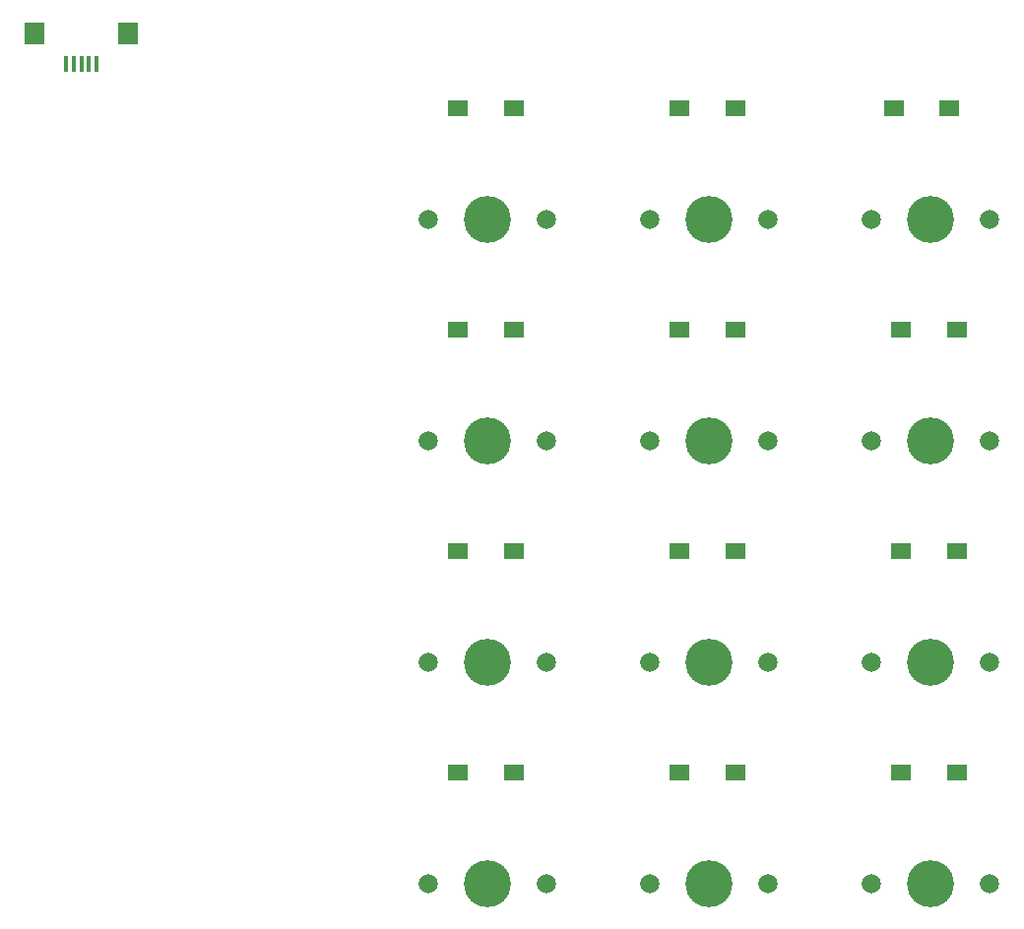
<source format=gtp>
G04 MADE WITH FRITZING*
G04 WWW.FRITZING.ORG*
G04 DOUBLE SIDED*
G04 HOLES PLATED*
G04 CONTOUR ON CENTER OF CONTOUR VECTOR*
%ASAXBY*%
%FSLAX23Y23*%
%MOIN*%
%OFA0B0*%
%SFA1.0B1.0*%
%ADD10C,0.158908*%
%ADD11C,0.065278*%
%ADD12R,0.069685X0.057874*%
%ADD13R,0.013780X0.055118*%
%ADD14R,0.070866X0.074803*%
%ADD15R,0.001000X0.001000*%
%LNPASTEMASK1*%
G90*
G70*
G54D10*
X2271Y2604D03*
G54D11*
X2071Y2604D03*
X2471Y2604D03*
G54D10*
X3021Y2604D03*
G54D11*
X2821Y2604D03*
X3221Y2604D03*
G54D10*
X3771Y2604D03*
G54D11*
X3571Y2604D03*
X3971Y2604D03*
G54D10*
X2271Y1854D03*
G54D11*
X2071Y1854D03*
X2471Y1854D03*
G54D10*
X3021Y1854D03*
G54D11*
X2821Y1854D03*
X3221Y1854D03*
G54D10*
X3771Y1854D03*
G54D11*
X3571Y1854D03*
X3971Y1854D03*
G54D10*
X2271Y1104D03*
G54D11*
X2071Y1104D03*
X2471Y1104D03*
G54D10*
X3021Y1104D03*
G54D11*
X2821Y1104D03*
X3221Y1104D03*
G54D10*
X3771Y1104D03*
G54D11*
X3571Y1104D03*
X3971Y1104D03*
G54D10*
X2271Y354D03*
G54D11*
X2071Y354D03*
X2471Y354D03*
G54D10*
X3021Y354D03*
G54D11*
X2821Y354D03*
X3221Y354D03*
G54D10*
X3771Y354D03*
G54D11*
X3571Y354D03*
X3971Y354D03*
G54D12*
X3860Y729D03*
X3671Y729D03*
X3110Y729D03*
X2921Y729D03*
X2360Y729D03*
X2171Y729D03*
X3860Y1479D03*
X3671Y1479D03*
X3110Y1479D03*
X2921Y1479D03*
X2360Y1479D03*
X2171Y1479D03*
X3860Y2229D03*
X3671Y2229D03*
X3110Y2229D03*
X2921Y2229D03*
X2360Y2229D03*
X2171Y2229D03*
X3835Y2979D03*
X3646Y2979D03*
X3110Y2979D03*
X2921Y2979D03*
X2360Y2979D03*
X2171Y2979D03*
G54D13*
X947Y3129D03*
X845Y3129D03*
X921Y3129D03*
X896Y3129D03*
X870Y3129D03*
G54D14*
X1053Y3234D03*
X738Y3234D03*
G54D15*
D02*
G04 End of PasteMask1*
M02*
</source>
